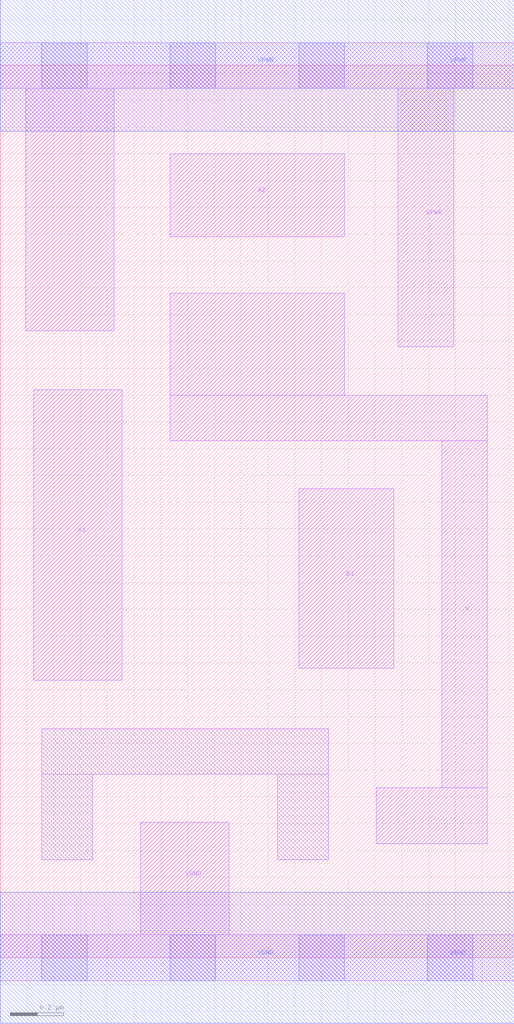
<source format=lef>
# Copyright 2020 The SkyWater PDK Authors
#
# Licensed under the Apache License, Version 2.0 (the "License");
# you may not use this file except in compliance with the License.
# You may obtain a copy of the License at
#
#     https://www.apache.org/licenses/LICENSE-2.0
#
# Unless required by applicable law or agreed to in writing, software
# distributed under the License is distributed on an "AS IS" BASIS,
# WITHOUT WARRANTIES OR CONDITIONS OF ANY KIND, either express or implied.
# See the License for the specific language governing permissions and
# limitations under the License.
#
# SPDX-License-Identifier: Apache-2.0

VERSION 5.7 ;
  NAMESCASESENSITIVE ON ;
  NOWIREEXTENSIONATPIN ON ;
  DIVIDERCHAR "/" ;
  BUSBITCHARS "[]" ;
UNITS
  DATABASE MICRONS 200 ;
END UNITS
MACRO sky130_fd_sc_lp__o21ai_m
  CLASS CORE ;
  SOURCE USER ;
  FOREIGN sky130_fd_sc_lp__o21ai_m ;
  ORIGIN  0.000000  0.000000 ;
  SIZE  1.920000 BY  3.330000 ;
  SYMMETRY X Y R90 ;
  SITE unit ;
  PIN A1
    ANTENNAGATEAREA  0.126000 ;
    DIRECTION INPUT ;
    USE SIGNAL ;
    PORT
      LAYER li1 ;
        RECT 0.125000 1.035000 0.455000 2.120000 ;
    END
  END A1
  PIN A2
    ANTENNAGATEAREA  0.126000 ;
    DIRECTION INPUT ;
    USE SIGNAL ;
    PORT
      LAYER li1 ;
        RECT 0.635000 2.690000 1.285000 3.000000 ;
    END
  END A2
  PIN B1
    ANTENNAGATEAREA  0.126000 ;
    DIRECTION INPUT ;
    USE SIGNAL ;
    PORT
      LAYER li1 ;
        RECT 1.115000 1.080000 1.470000 1.750000 ;
    END
  END B1
  PIN Y
    ANTENNADIFFAREA  0.283500 ;
    DIRECTION OUTPUT ;
    USE SIGNAL ;
    PORT
      LAYER li1 ;
        RECT 0.635000 1.930000 1.820000 2.100000 ;
        RECT 0.635000 2.100000 1.285000 2.480000 ;
        RECT 1.405000 0.425000 1.820000 0.635000 ;
        RECT 1.650000 0.635000 1.820000 1.930000 ;
    END
  END Y
  PIN VGND
    DIRECTION INOUT ;
    USE GROUND ;
    PORT
      LAYER li1 ;
        RECT 0.000000 -0.085000 1.920000 0.085000 ;
        RECT 0.525000  0.085000 0.855000 0.505000 ;
      LAYER mcon ;
        RECT 0.155000 -0.085000 0.325000 0.085000 ;
        RECT 0.635000 -0.085000 0.805000 0.085000 ;
        RECT 1.115000 -0.085000 1.285000 0.085000 ;
        RECT 1.595000 -0.085000 1.765000 0.085000 ;
      LAYER met1 ;
        RECT 0.000000 -0.245000 1.920000 0.245000 ;
    END
  END VGND
  PIN VPWR
    DIRECTION INOUT ;
    USE POWER ;
    PORT
      LAYER li1 ;
        RECT 0.000000 3.245000 1.920000 3.415000 ;
        RECT 0.095000 2.340000 0.425000 3.245000 ;
        RECT 1.485000 2.280000 1.695000 3.245000 ;
      LAYER mcon ;
        RECT 0.155000 3.245000 0.325000 3.415000 ;
        RECT 0.635000 3.245000 0.805000 3.415000 ;
        RECT 1.115000 3.245000 1.285000 3.415000 ;
        RECT 1.595000 3.245000 1.765000 3.415000 ;
      LAYER met1 ;
        RECT 0.000000 3.085000 1.920000 3.575000 ;
    END
  END VPWR
  OBS
    LAYER li1 ;
      RECT 0.155000 0.365000 0.345000 0.685000 ;
      RECT 0.155000 0.685000 1.225000 0.855000 ;
      RECT 1.035000 0.365000 1.225000 0.685000 ;
  END
END sky130_fd_sc_lp__o21ai_m

</source>
